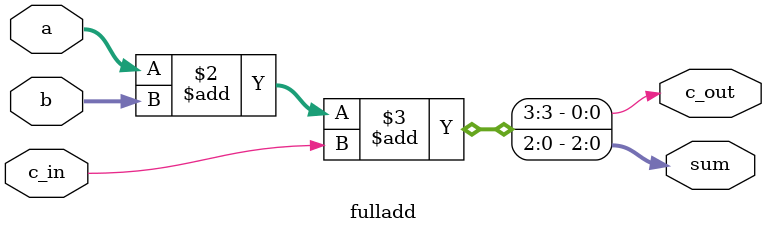
<source format=sv>
`timescale 1ns/1ns

module fulladd (input [2:0] a,  
                 input [2:0] b,  
                   input c_in, 
                  output reg c_out,  
                output reg [2:0] sum);  
  

  always @ (a or b or c_in) begin  
          {c_out, sum} = a + b + c_in;  

  end  
endmodule  
</source>
